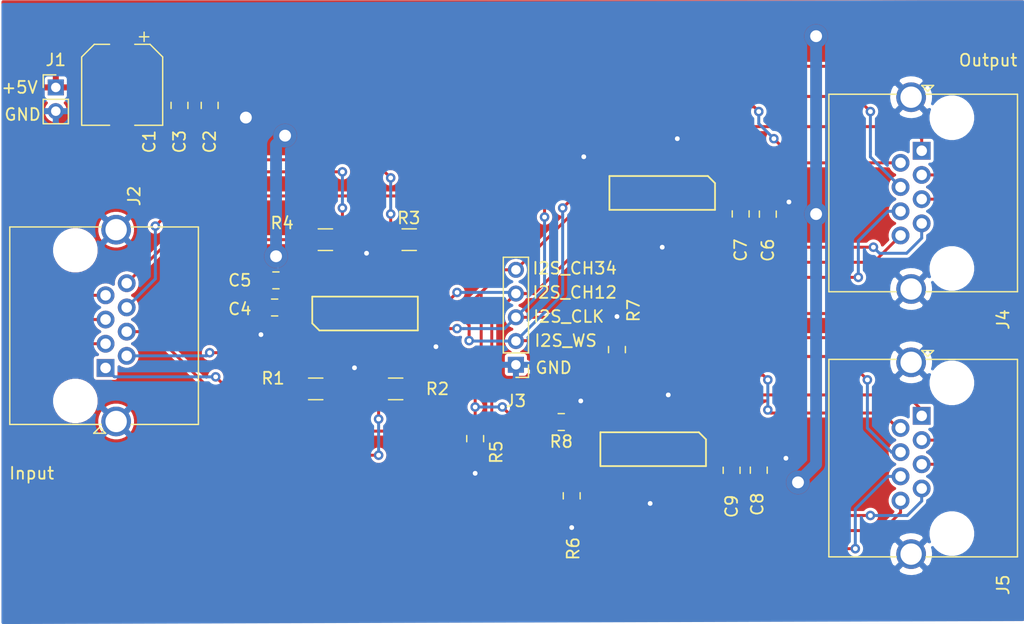
<source format=kicad_pcb>
(kicad_pcb (version 20171130) (host pcbnew "(5.1.2)-1")
  (layers (0 F.Cu signal) (31 B.Cu signal) (34 B.Paste user) (35 F.Paste user) (36 B.SilkS user) (37 F.SilkS user) (38 B.Mask user) (39 F.Mask user) (44 Edge.Cuts user hide))
  (net 0 "")
  (net 1 +5V)
  (net 2 GND)
  (net 3 CH_34_Z)
  (net 4 CH_34_Y)
  (net 5 I2S_CH34)
  (net 6 I2S_CH12)
  (net 7 CH_12_Y)
  (net 8 CH_12_Z)
  (net 9 CLK_Z)
  (net 10 CLK_Y)
  (net 11 I2S_CLK)
  (net 12 I2S_WS)
  (net 13 WS_Y)
  (net 14 WS_Z)
  (net 15 "Net-(IC2-Pad2)")
  (net 16 "Net-(IC2-Pad3)")
  (net 17 "Net-(IC2-Pad5)")
  (net 18 "Net-(IC2-Pad6)")
  (net 19 "Net-(IC2-Pad10)")
  (net 20 "Net-(IC2-Pad11)")
  (net 21 "Net-(IC2-Pad13)")
  (net 22 "Net-(IC2-Pad14)")
  (net 23 "Net-(IC3-Pad2)")
  (net 24 "Net-(IC3-Pad3)")
  (net 25 "Net-(IC3-Pad5)")
  (net 26 "Net-(IC3-Pad6)")
  (net 27 "Net-(IC3-Pad10)")
  (net 28 "Net-(IC3-Pad11)")
  (net 29 "Net-(IC3-Pad13)")
  (net 30 "Net-(IC3-Pad14)")
  (module agg:SOIC-16 (layer F.Cu) (at 101.6 55.118 270)
    (fp_text reference IC2)
    (fp_text value AM26C31)
    (pad 1 smd rect (at -2.7 -4.445 270) (size 1.55 0.6) (layers F.Cu F.Paste F.Mask) (net 12 I2S_WS))
    (pad 2 smd rect (at -2.7 -3.175 270) (size 1.55 0.6) (layers F.Cu F.Paste F.Mask) (net 15 "Net-(IC2-Pad2)"))
    (pad 3 smd rect (at -2.7 -1.905 270) (size 1.55 0.6) (layers F.Cu F.Paste F.Mask) (net 16 "Net-(IC2-Pad3)"))
    (pad 4 smd rect (at -2.7 -0.635 270) (size 1.55 0.6) (layers F.Cu F.Paste F.Mask) (net 2 GND))
    (pad 5 smd rect (at -2.7 0.635 270) (size 1.55 0.6) (layers F.Cu F.Paste F.Mask) (net 17 "Net-(IC2-Pad5)"))
    (pad 6 smd rect (at -2.7 1.905 270) (size 1.55 0.6) (layers F.Cu F.Paste F.Mask) (net 18 "Net-(IC2-Pad6)"))
    (pad 7 smd rect (at -2.7 3.175 270) (size 1.55 0.6) (layers F.Cu F.Paste F.Mask) (net 11 I2S_CLK))
    (pad 8 smd rect (at -2.7 4.445 270) (size 1.55 0.6) (layers F.Cu F.Paste F.Mask) (net 2 GND))
    (pad 9 smd rect (at 2.7 4.445 270) (size 1.55 0.6) (layers F.Cu F.Paste F.Mask) (net 6 I2S_CH12))
    (pad 10 smd rect (at 2.7 3.175 270) (size 1.55 0.6) (layers F.Cu F.Paste F.Mask) (net 19 "Net-(IC2-Pad10)"))
    (pad 11 smd rect (at 2.7 1.905 270) (size 1.55 0.6) (layers F.Cu F.Paste F.Mask) (net 20 "Net-(IC2-Pad11)"))
    (pad 12 smd rect (at 2.7 0.635 270) (size 1.55 0.6) (layers F.Cu F.Paste F.Mask) (net 2 GND))
    (pad 13 smd rect (at 2.7 -0.635 270) (size 1.55 0.6) (layers F.Cu F.Paste F.Mask) (net 21 "Net-(IC2-Pad13)"))
    (pad 14 smd rect (at 2.7 -1.905 270) (size 1.55 0.6) (layers F.Cu F.Paste F.Mask) (net 22 "Net-(IC2-Pad14)"))
    (pad 15 smd rect (at 2.7 -3.175 270) (size 1.55 0.6) (layers F.Cu F.Paste F.Mask) (net 5 I2S_CH34))
    (pad 16 smd rect (at 2.7 -4.445 270) (size 1.55 0.6) (layers F.Cu F.Paste F.Mask) (net 1 +5V))
  )
  (module Capacitor_SMD:C_0805_2012Metric_Pad1.15x1.40mm_HandSolder (layer F.Cu) (at 63.5 47.743 270)
    (fp_text reference C2 (at 3.057 0 90) (layer F.SilkS))
    (fp_text value 100nF)
    (pad 2 smd roundrect (at 1.025 0 270) (size 1.15 1.4) (layers F.Cu F.Paste F.Mask) (roundrect_rratio 0.217391) (net 2 GND))
    (pad 1 smd roundrect (at -1.025 0 270) (size 1.15 1.4) (layers F.Cu F.Paste F.Mask) (roundrect_rratio 0.217391) (net 1 +5V))
  )
  (module Capacitor_SMD:C_0805_2012Metric_Pad1.15x1.40mm_HandSolder (layer F.Cu) (at 60.96 47.743 270)
    (fp_text reference C3 (at 3.057 0 90) (layer F.SilkS))
    (fp_text value 2.2µF)
    (pad 1 smd roundrect (at -1.025 0 270) (size 1.15 1.4) (layers F.Cu F.Paste F.Mask) (roundrect_rratio 0.217391) (net 1 +5V))
    (pad 2 smd roundrect (at 1.025 0 270) (size 1.15 1.4) (layers F.Cu F.Paste F.Mask) (roundrect_rratio 0.217391) (net 2 GND))
  )
  (module Capacitor_SMD:C_0805_2012Metric_Pad1.15x1.40mm_HandSolder (layer F.Cu) (at 68.97 64.77 180)
    (fp_text reference C4 (at 2.93 -0.127) (layer F.SilkS))
    (fp_text value 100nF)
    (pad 1 smd roundrect (at -1.025 0 180) (size 1.15 1.4) (layers F.Cu F.Paste F.Mask) (roundrect_rratio 0.217391) (net 1 +5V))
    (pad 2 smd roundrect (at 1.025 0 180) (size 1.15 1.4) (layers F.Cu F.Paste F.Mask) (roundrect_rratio 0.217391) (net 2 GND))
  )
  (module Capacitor_SMD:C_0805_2012Metric_Pad1.15x1.40mm_HandSolder (layer F.Cu) (at 69.079 62.484 180)
    (fp_text reference C5 (at 3.039 0) (layer F.SilkS))
    (fp_text value 10nF)
    (pad 2 smd roundrect (at 1.025 0 180) (size 1.15 1.4) (layers F.Cu F.Paste F.Mask) (roundrect_rratio 0.217391) (net 2 GND))
    (pad 1 smd roundrect (at -1.025 0 180) (size 1.15 1.4) (layers F.Cu F.Paste F.Mask) (roundrect_rratio 0.217391) (net 1 +5V))
  )
  (module Capacitor_SMD:C_0805_2012Metric_Pad1.15x1.40mm_HandSolder (layer F.Cu) (at 110.49 56.905 90)
    (fp_text reference C6 (at -3.039 0 90) (layer F.SilkS))
    (fp_text value 100nF)
    (pad 2 smd roundrect (at 1.025 0 90) (size 1.15 1.4) (layers F.Cu F.Paste F.Mask) (roundrect_rratio 0.217391) (net 2 GND))
    (pad 1 smd roundrect (at -1.025 0 90) (size 1.15 1.4) (layers F.Cu F.Paste F.Mask) (roundrect_rratio 0.217391) (net 1 +5V))
  )
  (module Capacitor_SMD:C_0805_2012Metric_Pad1.15x1.40mm_HandSolder (layer F.Cu) (at 108.204 56.887 90)
    (fp_text reference C7 (at -3.048 0 90) (layer F.SilkS))
    (fp_text value 10nF)
    (pad 1 smd roundrect (at -1.025 0 90) (size 1.15 1.4) (layers F.Cu F.Paste F.Mask) (roundrect_rratio 0.217391) (net 1 +5V))
    (pad 2 smd roundrect (at 1.025 0 90) (size 1.15 1.4) (layers F.Cu F.Paste F.Mask) (roundrect_rratio 0.217391) (net 2 GND))
  )
  (module agg:SOIC-16 (layer F.Cu) (at 76.581 65.278 90)
    (fp_text reference IC1)
    (fp_text value AM26C32)
    (pad 16 smd rect (at 2.7 -4.445 90) (size 1.55 0.6) (layers F.Cu F.Paste F.Mask) (net 1 +5V))
    (pad 15 smd rect (at 2.7 -3.175 90) (size 1.55 0.6) (layers F.Cu F.Paste F.Mask) (net 3 CH_34_Z))
    (pad 14 smd rect (at 2.7 -1.905 90) (size 1.55 0.6) (layers F.Cu F.Paste F.Mask) (net 4 CH_34_Y))
    (pad 13 smd rect (at 2.7 -0.635 90) (size 1.55 0.6) (layers F.Cu F.Paste F.Mask) (net 5 I2S_CH34))
    (pad 12 smd rect (at 2.7 0.635 90) (size 1.55 0.6) (layers F.Cu F.Paste F.Mask) (net 2 GND))
    (pad 11 smd rect (at 2.7 1.905 90) (size 1.55 0.6) (layers F.Cu F.Paste F.Mask) (net 6 I2S_CH12))
    (pad 10 smd rect (at 2.7 3.175 90) (size 1.55 0.6) (layers F.Cu F.Paste F.Mask) (net 7 CH_12_Y))
    (pad 9 smd rect (at 2.7 4.445 90) (size 1.55 0.6) (layers F.Cu F.Paste F.Mask) (net 8 CH_12_Z))
    (pad 8 smd rect (at -2.7 4.445 90) (size 1.55 0.6) (layers F.Cu F.Paste F.Mask) (net 2 GND))
    (pad 7 smd rect (at -2.7 3.175 90) (size 1.55 0.6) (layers F.Cu F.Paste F.Mask) (net 9 CLK_Z))
    (pad 6 smd rect (at -2.7 1.905 90) (size 1.55 0.6) (layers F.Cu F.Paste F.Mask) (net 10 CLK_Y))
    (pad 5 smd rect (at -2.7 0.635 90) (size 1.55 0.6) (layers F.Cu F.Paste F.Mask) (net 11 I2S_CLK))
    (pad 4 smd rect (at -2.7 -0.635 90) (size 1.55 0.6) (layers F.Cu F.Paste F.Mask) (net 2 GND))
    (pad 3 smd rect (at -2.7 -1.905 90) (size 1.55 0.6) (layers F.Cu F.Paste F.Mask) (net 12 I2S_WS))
    (pad 2 smd rect (at -2.7 -3.175 90) (size 1.55 0.6) (layers F.Cu F.Paste F.Mask) (net 13 WS_Y))
    (pad 1 smd rect (at -2.7 -4.445 90) (size 1.55 0.6) (layers F.Cu F.Paste F.Mask) (net 14 WS_Z))
  )
  (module Connector_PinHeader_2.00mm:PinHeader_1x02_P2.00mm_Vertical (layer F.Cu) (at 50.546 46.228)
    (fp_text reference J1 (at 0 -2.318) (layer F.SilkS))
    (fp_text value CONN_01x02)
    (pad 1 thru_hole rect (at 0 0) (size 1.35 1.35) (drill 0.8) (layers *.Cu *.Mask) (net 1 +5V))
    (pad 2 thru_hole oval (at 0 2) (size 1.35 1.35) (drill 0.8) (layers *.Cu *.Mask) (net 2 GND))
  )
  (module agg:RJ45_Weidmueller (layer F.Cu) (at 54.737 69.864 90)
    (fp_text reference J2 (at 14.492 2.413 90) (layer F.SilkS))
    (fp_text value RJ45_Shielded)
    (pad 1 thru_hole rect (at 0 0 90) (size 1.5 1.5) (drill 0.89) (layers *.Cu *.Mask) (net 13 WS_Y))
    (pad 3 thru_hole circle (at 2.04 0 90) (size 1.5 1.5) (drill 0.89) (layers *.Cu *.Mask) (net 10 CLK_Y))
    (pad 5 thru_hole circle (at 4.08 0 90) (size 1.5 1.5) (drill 0.89) (layers *.Cu *.Mask) (net 7 CH_12_Y))
    (pad 7 thru_hole circle (at 6.12 0 90) (size 1.5 1.5) (drill 0.89) (layers *.Cu *.Mask) (net 4 CH_34_Y))
    (pad 2 thru_hole circle (at 1.02 1.78 90) (size 1.5 1.5) (drill 0.89) (layers *.Cu *.Mask) (net 14 WS_Z))
    (pad 4 thru_hole circle (at 3.06 1.78 90) (size 1.5 1.5) (drill 0.89) (layers *.Cu *.Mask) (net 9 CLK_Z))
    (pad 6 thru_hole circle (at 5.1 1.78 90) (size 1.5 1.5) (drill 0.89) (layers *.Cu *.Mask) (net 8 CH_12_Z))
    (pad 8 thru_hole circle (at 7.14 1.78 90) (size 1.5 1.5) (drill 0.89) (layers *.Cu *.Mask) (net 3 CH_34_Z))
    (pad "" np_thru_hole circle (at -2.78 -2.54 90) (size 3.25 3.25) (drill 3.25) (layers *.Cu *.Mask))
    (pad "" np_thru_hole circle (at 9.92 -2.54 90) (size 3.25 3.25) (drill 3.25) (layers *.Cu *.Mask))
    (pad SH thru_hole circle (at 11.65 0.89 90) (size 2.5 2.5) (drill 1.8) (layers *.Cu *.Mask) (net 2 GND))
    (pad SH thru_hole circle (at -4.51 0.89 90) (size 2.5 2.5) (drill 1.8) (layers *.Cu *.Mask) (net 2 GND))
  )
  (module Connector_PinHeader_2.00mm:PinHeader_1x05_P2.00mm_Vertical (layer F.Cu) (at 89.281 69.596 180)
    (fp_text reference J3 (at 0 -3.048) (layer F.SilkS))
    (fp_text value CONN_01x05)
    (pad 1 thru_hole rect (at 0 0 180) (size 1.35 1.35) (drill 0.8) (layers *.Cu *.Mask) (net 2 GND))
    (pad 2 thru_hole oval (at 0 2 180) (size 1.35 1.35) (drill 0.8) (layers *.Cu *.Mask) (net 12 I2S_WS))
    (pad 3 thru_hole oval (at 0 4 180) (size 1.35 1.35) (drill 0.8) (layers *.Cu *.Mask) (net 11 I2S_CLK))
    (pad 4 thru_hole oval (at 0 6 180) (size 1.35 1.35) (drill 0.8) (layers *.Cu *.Mask) (net 6 I2S_CH12))
    (pad 5 thru_hole oval (at 0 8 180) (size 1.35 1.35) (drill 0.8) (layers *.Cu *.Mask) (net 5 I2S_CH34))
  )
  (module agg:RJ45_Weidmueller (layer F.Cu) (at 123.444 51.562 270)
    (fp_text reference J4 (at 14.224 -6.858 90) (layer F.SilkS))
    (fp_text value RJ45_Shielded)
    (pad SH thru_hole circle (at -4.51 0.89 270) (size 2.5 2.5) (drill 1.8) (layers *.Cu *.Mask) (net 2 GND))
    (pad SH thru_hole circle (at 11.65 0.89 270) (size 2.5 2.5) (drill 1.8) (layers *.Cu *.Mask) (net 2 GND))
    (pad "" np_thru_hole circle (at 9.92 -2.54 270) (size 3.25 3.25) (drill 3.25) (layers *.Cu *.Mask))
    (pad "" np_thru_hole circle (at -2.78 -2.54 270) (size 3.25 3.25) (drill 3.25) (layers *.Cu *.Mask))
    (pad 8 thru_hole circle (at 7.14 1.78 270) (size 1.5 1.5) (drill 0.89) (layers *.Cu *.Mask) (net 21 "Net-(IC2-Pad13)"))
    (pad 6 thru_hole circle (at 5.1 1.78 270) (size 1.5 1.5) (drill 0.89) (layers *.Cu *.Mask) (net 20 "Net-(IC2-Pad11)"))
    (pad 4 thru_hole circle (at 3.06 1.78 270) (size 1.5 1.5) (drill 0.89) (layers *.Cu *.Mask) (net 17 "Net-(IC2-Pad5)"))
    (pad 2 thru_hole circle (at 1.02 1.78 270) (size 1.5 1.5) (drill 0.89) (layers *.Cu *.Mask) (net 16 "Net-(IC2-Pad3)"))
    (pad 7 thru_hole circle (at 6.12 0 270) (size 1.5 1.5) (drill 0.89) (layers *.Cu *.Mask) (net 22 "Net-(IC2-Pad14)"))
    (pad 5 thru_hole circle (at 4.08 0 270) (size 1.5 1.5) (drill 0.89) (layers *.Cu *.Mask) (net 19 "Net-(IC2-Pad10)"))
    (pad 3 thru_hole circle (at 2.04 0 270) (size 1.5 1.5) (drill 0.89) (layers *.Cu *.Mask) (net 18 "Net-(IC2-Pad6)"))
    (pad 1 thru_hole rect (at 0 0 270) (size 1.5 1.5) (drill 0.89) (layers *.Cu *.Mask) (net 15 "Net-(IC2-Pad2)"))
  )
  (module Resistor_SMD:R_1206_3216Metric_Pad1.42x1.75mm_HandSolder (layer F.Cu) (at 72.4265 71.628 180)
    (fp_text reference R1 (at 3.5925 0.889) (layer F.SilkS))
    (fp_text value 100R)
    (pad 2 smd roundrect (at 1.4875 0 180) (size 1.425 1.75) (layers F.Cu F.Paste F.Mask) (roundrect_rratio 0.175439) (net 14 WS_Z))
    (pad 1 smd roundrect (at -1.4875 0 180) (size 1.425 1.75) (layers F.Cu F.Paste F.Mask) (roundrect_rratio 0.175439) (net 13 WS_Y))
  )
  (module Resistor_SMD:R_1206_3216Metric_Pad1.42x1.75mm_HandSolder (layer F.Cu) (at 79.1575 71.628)
    (fp_text reference R2 (at 3.5195 0) (layer F.SilkS))
    (fp_text value 100R)
    (pad 1 smd roundrect (at -1.4875 0) (size 1.425 1.75) (layers F.Cu F.Paste F.Mask) (roundrect_rratio 0.175439) (net 10 CLK_Y))
    (pad 2 smd roundrect (at 1.4875 0) (size 1.425 1.75) (layers F.Cu F.Paste F.Mask) (roundrect_rratio 0.175439) (net 9 CLK_Z))
  )
  (module Resistor_SMD:R_1206_3216Metric_Pad1.42x1.75mm_HandSolder (layer F.Cu) (at 80.3005 59.055)
    (fp_text reference R3 (at -0.0365 -1.82) (layer F.SilkS))
    (fp_text value 100R)
    (pad 2 smd roundrect (at 1.4875 0) (size 1.425 1.75) (layers F.Cu F.Paste F.Mask) (roundrect_rratio 0.175439) (net 8 CH_12_Z))
    (pad 1 smd roundrect (at -1.4875 0) (size 1.425 1.75) (layers F.Cu F.Paste F.Mask) (roundrect_rratio 0.175439) (net 7 CH_12_Y))
  )
  (module Resistor_SMD:R_1206_3216Metric_Pad1.42x1.75mm_HandSolder (layer F.Cu) (at 73.2425 59.055 180)
    (fp_text reference R4 (at 3.6465 1.397) (layer F.SilkS))
    (fp_text value 100R)
    (pad 1 smd roundrect (at -1.4875 0 180) (size 1.425 1.75) (layers F.Cu F.Paste F.Mask) (roundrect_rratio 0.175439) (net 4 CH_34_Y))
    (pad 2 smd roundrect (at 1.4875 0 180) (size 1.425 1.75) (layers F.Cu F.Paste F.Mask) (roundrect_rratio 0.175439) (net 3 CH_34_Z))
  )
  (module Capacitor_SMD:CP_Elec_6.3x5.4 (layer F.Cu) (at 56.134 46.007 270)
    (fp_text reference C1 (at 4.793 -2.286 90) (layer F.SilkS))
    (fp_text value 10µF)
    (pad 1 smd roundrect (at -2.8 0 270) (size 3.5 1.6) (layers F.Cu F.Paste F.Mask) (roundrect_rratio 0.15625) (net 1 +5V))
    (pad 2 smd roundrect (at 2.8 0 270) (size 3.5 1.6) (layers F.Cu F.Paste F.Mask) (roundrect_rratio 0.15625) (net 2 GND))
  )
  (module Capacitor_SMD:C_0805_2012Metric_Pad1.15x1.40mm_HandSolder (layer F.Cu) (at 109.728 78.477 90)
    (fp_text reference C8 (at -2.8665 -0.127 90) (layer F.SilkS))
    (fp_text value 100nF)
    (pad 2 smd roundrect (at 1.025 0 90) (size 1.15 1.4) (layers F.Cu F.Paste F.Mask) (roundrect_rratio 0.217391) (net 2 GND))
    (pad 1 smd roundrect (at -1.025 0 90) (size 1.15 1.4) (layers F.Cu F.Paste F.Mask) (roundrect_rratio 0.217391) (net 1 +5V))
  )
  (module Capacitor_SMD:C_0805_2012Metric_Pad1.15x1.40mm_HandSolder (layer F.Cu) (at 107.442 78.486 90)
    (fp_text reference C9 (at -3.039 0 90) (layer F.SilkS))
    (fp_text value 10nF)
    (pad 1 smd roundrect (at -1.025 0 90) (size 1.15 1.4) (layers F.Cu F.Paste F.Mask) (roundrect_rratio 0.217391) (net 1 +5V))
    (pad 2 smd roundrect (at 1.025 0 90) (size 1.15 1.4) (layers F.Cu F.Paste F.Mask) (roundrect_rratio 0.217391) (net 2 GND))
  )
  (module agg:SOIC-16 (layer F.Cu) (at 100.838 76.708 270)
    (fp_text reference IC3)
    (fp_text value AM26C31)
    (pad 1 smd rect (at -2.7 -4.445 270) (size 1.55 0.6) (layers F.Cu F.Paste F.Mask) (net 12 I2S_WS))
    (pad 2 smd rect (at -2.7 -3.175 270) (size 1.55 0.6) (layers F.Cu F.Paste F.Mask) (net 23 "Net-(IC3-Pad2)"))
    (pad 3 smd rect (at -2.7 -1.905 270) (size 1.55 0.6) (layers F.Cu F.Paste F.Mask) (net 24 "Net-(IC3-Pad3)"))
    (pad 4 smd rect (at -2.7 -0.635 270) (size 1.55 0.6) (layers F.Cu F.Paste F.Mask) (net 2 GND))
    (pad 5 smd rect (at -2.7 0.635 270) (size 1.55 0.6) (layers F.Cu F.Paste F.Mask) (net 25 "Net-(IC3-Pad5)"))
    (pad 6 smd rect (at -2.7 1.905 270) (size 1.55 0.6) (layers F.Cu F.Paste F.Mask) (net 26 "Net-(IC3-Pad6)"))
    (pad 7 smd rect (at -2.7 3.175 270) (size 1.55 0.6) (layers F.Cu F.Paste F.Mask) (net 11 I2S_CLK))
    (pad 8 smd rect (at -2.7 4.445 270) (size 1.55 0.6) (layers F.Cu F.Paste F.Mask) (net 2 GND))
    (pad 9 smd rect (at 2.7 4.445 270) (size 1.55 0.6) (layers F.Cu F.Paste F.Mask) (net 6 I2S_CH12))
    (pad 10 smd rect (at 2.7 3.175 270) (size 1.55 0.6) (layers F.Cu F.Paste F.Mask) (net 27 "Net-(IC3-Pad10)"))
    (pad 11 smd rect (at 2.7 1.905 270) (size 1.55 0.6) (layers F.Cu F.Paste F.Mask) (net 28 "Net-(IC3-Pad11)"))
    (pad 12 smd rect (at 2.7 0.635 270) (size 1.55 0.6) (layers F.Cu F.Paste F.Mask) (net 2 GND))
    (pad 13 smd rect (at 2.7 -0.635 270) (size 1.55 0.6) (layers F.Cu F.Paste F.Mask) (net 29 "Net-(IC3-Pad13)"))
    (pad 14 smd rect (at 2.7 -1.905 270) (size 1.55 0.6) (layers F.Cu F.Paste F.Mask) (net 30 "Net-(IC3-Pad14)"))
    (pad 15 smd rect (at 2.7 -3.175 270) (size 1.55 0.6) (layers F.Cu F.Paste F.Mask) (net 5 I2S_CH34))
    (pad 16 smd rect (at 2.7 -4.445 270) (size 1.55 0.6) (layers F.Cu F.Paste F.Mask) (net 1 +5V))
  )
  (module agg:RJ45_Weidmueller (layer F.Cu) (at 123.444 73.9 270)
    (fp_text reference J5 (at 14.238 -6.858 90) (layer F.SilkS))
    (fp_text value RJ45_Shielded)
    (pad 1 thru_hole rect (at 0 0 270) (size 1.5 1.5) (drill 0.89) (layers *.Cu *.Mask) (net 23 "Net-(IC3-Pad2)"))
    (pad 3 thru_hole circle (at 2.04 0 270) (size 1.5 1.5) (drill 0.89) (layers *.Cu *.Mask) (net 26 "Net-(IC3-Pad6)"))
    (pad 5 thru_hole circle (at 4.08 0 270) (size 1.5 1.5) (drill 0.89) (layers *.Cu *.Mask) (net 27 "Net-(IC3-Pad10)"))
    (pad 7 thru_hole circle (at 6.12 0 270) (size 1.5 1.5) (drill 0.89) (layers *.Cu *.Mask) (net 30 "Net-(IC3-Pad14)"))
    (pad 2 thru_hole circle (at 1.02 1.78 270) (size 1.5 1.5) (drill 0.89) (layers *.Cu *.Mask) (net 24 "Net-(IC3-Pad3)"))
    (pad 4 thru_hole circle (at 3.06 1.78 270) (size 1.5 1.5) (drill 0.89) (layers *.Cu *.Mask) (net 25 "Net-(IC3-Pad5)"))
    (pad 6 thru_hole circle (at 5.1 1.78 270) (size 1.5 1.5) (drill 0.89) (layers *.Cu *.Mask) (net 28 "Net-(IC3-Pad11)"))
    (pad 8 thru_hole circle (at 7.14 1.78 270) (size 1.5 1.5) (drill 0.89) (layers *.Cu *.Mask) (net 29 "Net-(IC3-Pad13)"))
    (pad "" np_thru_hole circle (at -2.78 -2.54 270) (size 3.25 3.25) (drill 3.25) (layers *.Cu *.Mask))
    (pad "" np_thru_hole circle (at 9.92 -2.54 270) (size 3.25 3.25) (drill 3.25) (layers *.Cu *.Mask))
    (pad SH thru_hole circle (at 11.65 0.89 270) (size 2.5 2.5) (drill 1.8) (layers *.Cu *.Mask) (net 2 GND))
    (pad SH thru_hole circle (at -4.51 0.89 270) (size 2.5 2.5) (drill 1.8) (layers *.Cu *.Mask) (net 2 GND))
  )
  (module Resistor_SMD:R_0805_2012Metric_Pad1.15x1.40mm_HandSolder (layer F.Cu) (at 85.852 75.819 270)
    (fp_text reference R5 (at 1.143 -1.778 90) (layer F.SilkS))
    (fp_text value 500K)
    (pad 2 smd roundrect (at 1.025 0 270) (size 1.15 1.4) (layers F.Cu F.Paste F.Mask) (roundrect_rratio 0.217391) (net 2 GND))
    (pad 1 smd roundrect (at -1.025 0 270) (size 1.15 1.4) (layers F.Cu F.Paste F.Mask) (roundrect_rratio 0.217391) (net 5 I2S_CH34))
  )
  (module Resistor_SMD:R_0805_2012Metric_Pad1.15x1.40mm_HandSolder (layer F.Cu) (at 93.98 80.636 270)
    (fp_text reference R6 (at 4.454 -0.127 90) (layer F.SilkS))
    (fp_text value 500K)
    (pad 1 smd roundrect (at -1.025 0 270) (size 1.15 1.4) (layers F.Cu F.Paste F.Mask) (roundrect_rratio 0.217391) (net 6 I2S_CH12))
    (pad 2 smd roundrect (at 1.025 0 270) (size 1.15 1.4) (layers F.Cu F.Paste F.Mask) (roundrect_rratio 0.217391) (net 2 GND))
  )
  (module Resistor_SMD:R_0805_2012Metric_Pad1.15x1.40mm_HandSolder (layer F.Cu) (at 97.79 68.317 90)
    (fp_text reference R7 (at 3.293 1.397 90) (layer F.SilkS))
    (fp_text value 500K)
    (pad 2 smd roundrect (at 1.025 0 90) (size 1.15 1.4) (layers F.Cu F.Paste F.Mask) (roundrect_rratio 0.217391) (net 2 GND))
    (pad 1 smd roundrect (at -1.025 0 90) (size 1.15 1.4) (layers F.Cu F.Paste F.Mask) (roundrect_rratio 0.217391) (net 11 I2S_CLK))
  )
  (module Resistor_SMD:R_0805_2012Metric_Pad1.15x1.40mm_HandSolder (layer F.Cu) (at 93.1 74.422 180)
    (fp_text reference R8 (at 0 -1.65) (layer F.SilkS))
    (fp_text value 500K)
    (pad 1 smd roundrect (at -1.025 0 180) (size 1.15 1.4) (layers F.Cu F.Paste F.Mask) (roundrect_rratio 0.217391) (net 12 I2S_WS))
    (pad 2 smd roundrect (at 1.025 0 180) (size 1.15 1.4) (layers F.Cu F.Paste F.Mask) (roundrect_rratio 0.217391) (net 2 GND))
  )
  (gr_text Output (at 129.032 43.942) (layer F.SilkS) (effects (font (size 1 1))))
  (gr_text Input (at 48.514 78.74) (layer F.SilkS) (effects (font (size 1 1))))
  (gr_text I2S_CH34 (at 94.234 61.468) (layer F.SilkS) (effects (font (size 1 1))))
  (gr_text I2S_CH12 (at 94.234 63.5) (layer F.SilkS) (effects (font (size 1 1))))
  (gr_text I2S_CLK (at 93.726 65.532) (layer F.SilkS) (effects (font (size 1 1))))
  (gr_text I2S_WS (at 93.472 67.564) (layer F.SilkS) (effects (font (size 1 1))))
  (gr_text GND (at 92.456 69.85) (layer F.SilkS) (effects (font (size 1 1))))
  (gr_text GND (at 47.752 48.514) (layer F.SilkS) (effects (font (size 1 1))))
  (gr_text +5V (at 47.498 46.228) (layer F.SilkS) (effects (font (size 1 1))))
  (gr_line (start 45.72 38.608) (end 45.212 38.608) (layer Edge.Cuts) (width 0.05))
  (gr_line (start 45.212 91.948) (end 45.212 38.608) (layer Edge.Cuts) (width 0.05))
  (gr_line (start 136.144 91.948) (end 45.212 91.948) (layer Edge.Cuts) (width 0.05))
  (gr_line (start 136.144 38.608) (end 136.144 91.948) (layer Edge.Cuts) (width 0.05))
  (gr_line (start 45.72 38.608) (end 136.144 38.608) (layer Edge.Cuts) (width 0.05))
  (segment (start 70.104 64.661) (end 69.995 64.77) (width 0.5) (layer F.Cu) (net 1))
  (segment (start 70.104 62.484) (end 70.104 64.661) (width 0.5) (layer F.Cu) (net 1))
  (segment (start 72.042 62.484) (end 72.136 62.578) (width 0.5) (layer F.Cu) (net 1))
  (segment (start 70.104 62.484) (end 72.042 62.484) (width 0.5) (layer F.Cu) (net 1))
  (segment (start 107.451 79.502) (end 107.442 79.511) (width 0.5) (layer F.Cu) (net 1))
  (segment (start 109.728 79.502) (end 107.451 79.502) (width 0.5) (layer F.Cu) (net 1))
  (segment (start 105.386 79.511) (end 105.283 79.408) (width 0.5) (layer F.Cu) (net 1))
  (segment (start 107.442 79.511) (end 105.386 79.511) (width 0.5) (layer F.Cu) (net 1))
  (segment (start 108.222 57.93) (end 108.204 57.912) (width 0.5) (layer F.Cu) (net 1))
  (segment (start 110.49 57.93) (end 108.222 57.93) (width 0.5) (layer F.Cu) (net 1))
  (segment (start 106.139 57.912) (end 106.045 57.818) (width 0.5) (layer F.Cu) (net 1))
  (segment (start 108.204 57.912) (end 106.139 57.912) (width 0.5) (layer F.Cu) (net 1))
  (via (at 114.554 56.896) (size 2) (drill 1) (layers F.Cu B.Cu) (net 1))
  (segment (start 110.49 57.93) (end 113.52 57.93) (width 1) (layer F.Cu) (net 1))
  (segment (start 113.52 57.93) (end 114.554 56.896) (width 1) (layer F.Cu) (net 1))
  (via (at 113.03 79.502) (size 2) (drill 1) (layers F.Cu B.Cu) (net 1))
  (segment (start 114.554 56.896) (end 114.554 77.978) (width 1) (layer B.Cu) (net 1))
  (segment (start 114.554 77.978) (end 113.03 79.502) (width 1) (layer B.Cu) (net 1))
  (segment (start 113.03 79.502) (end 109.728 79.502) (width 1) (layer F.Cu) (net 1))
  (via (at 114.554 41.91) (size 2) (drill 1) (layers F.Cu B.Cu) (net 1))
  (segment (start 114.554 56.896) (end 114.554 41.91) (width 1) (layer B.Cu) (net 1))
  (via (at 69.088 60.452) (size 2) (drill 1) (layers F.Cu B.Cu) (net 1))
  (segment (start 70.104 62.484) (end 70.104 61.468) (width 1) (layer F.Cu) (net 1))
  (segment (start 70.104 61.468) (end 69.088 60.452) (width 1) (layer F.Cu) (net 1))
  (via (at 69.85 50.292) (size 2) (drill 1) (layers F.Cu B.Cu) (net 1))
  (segment (start 69.088 60.452) (end 69.088 51.054) (width 1) (layer B.Cu) (net 1))
  (segment (start 69.088 51.054) (end 69.85 50.292) (width 1) (layer B.Cu) (net 1))
  (via (at 76.708 60.198) (size 0.8) (drill 0.4) (layers F.Cu B.Cu) (net 2))
  (segment (start 77.216 62.578) (end 77.216 60.706) (width 0.5) (layer F.Cu) (net 2))
  (segment (start 77.216 60.706) (end 76.708 60.198) (width 0.5) (layer F.Cu) (net 2))
  (via (at 75.692 69.85) (size 0.8) (drill 0.4) (layers F.Cu B.Cu) (net 2))
  (segment (start 75.946 67.978) (end 75.946 69.596) (width 0.5) (layer F.Cu) (net 2))
  (segment (start 75.946 69.596) (end 75.692 69.85) (width 0.5) (layer F.Cu) (net 2))
  (via (at 82.55 68.072) (size 0.8) (drill 0.4) (layers F.Cu B.Cu) (net 2))
  (segment (start 81.026 67.978) (end 82.456 67.978) (width 0.5) (layer F.Cu) (net 2))
  (segment (start 82.456 67.978) (end 82.55 68.072) (width 0.5) (layer F.Cu) (net 2))
  (segment (start 67.945 62.593) (end 68.054 62.484) (width 0.5) (layer F.Cu) (net 2))
  (segment (start 67.945 64.77) (end 67.945 62.593) (width 0.5) (layer F.Cu) (net 2))
  (via (at 67.818 67.056) (size 0.8) (drill 0.4) (layers F.Cu B.Cu) (net 2))
  (segment (start 67.945 64.77) (end 67.945 66.929) (width 0.5) (layer F.Cu) (net 2))
  (segment (start 67.945 66.929) (end 67.818 67.056) (width 0.5) (layer F.Cu) (net 2))
  (segment (start 107.451 77.452) (end 107.442 77.461) (width 0.5) (layer F.Cu) (net 2))
  (segment (start 109.728 77.452) (end 107.451 77.452) (width 0.5) (layer F.Cu) (net 2))
  (via (at 112.014 77.47) (size 0.8) (drill 0.4) (layers F.Cu B.Cu) (net 2))
  (segment (start 109.728 77.452) (end 111.996 77.452) (width 0.5) (layer F.Cu) (net 2))
  (segment (start 111.996 77.452) (end 112.014 77.47) (width 0.5) (layer F.Cu) (net 2))
  (via (at 102.108 72.136) (size 0.8) (drill 0.4) (layers F.Cu B.Cu) (net 2))
  (segment (start 101.473 74.008) (end 101.473 72.771) (width 0.5) (layer F.Cu) (net 2))
  (segment (start 101.473 72.771) (end 102.108 72.136) (width 0.5) (layer F.Cu) (net 2))
  (via (at 100.584 81.28) (size 0.8) (drill 0.4) (layers F.Cu B.Cu) (net 2))
  (segment (start 100.203 79.408) (end 100.203 80.899) (width 0.5) (layer F.Cu) (net 2))
  (segment (start 100.203 80.899) (end 100.584 81.28) (width 0.5) (layer F.Cu) (net 2))
  (via (at 94.742 72.644) (size 0.8) (drill 0.4) (layers F.Cu B.Cu) (net 2))
  (segment (start 96.393 74.008) (end 96.106 74.008) (width 0.5) (layer F.Cu) (net 2))
  (segment (start 96.106 74.008) (end 94.742 72.644) (width 0.5) (layer F.Cu) (net 2))
  (via (at 101.6 59.69) (size 0.8) (drill 0.4) (layers F.Cu B.Cu) (net 2))
  (segment (start 100.965 57.818) (end 100.965 59.055) (width 0.5) (layer F.Cu) (net 2))
  (segment (start 100.965 59.055) (end 101.6 59.69) (width 0.5) (layer F.Cu) (net 2))
  (via (at 102.87 50.546) (size 0.8) (drill 0.4) (layers F.Cu B.Cu) (net 2))
  (segment (start 102.235 52.418) (end 102.235 51.181) (width 0.5) (layer F.Cu) (net 2))
  (segment (start 102.235 51.181) (end 102.87 50.546) (width 0.5) (layer F.Cu) (net 2))
  (segment (start 110.472 55.862) (end 110.49 55.88) (width 0.5) (layer F.Cu) (net 2))
  (segment (start 108.204 55.862) (end 110.472 55.862) (width 0.5) (layer F.Cu) (net 2))
  (via (at 112.268 55.88) (size 0.8) (drill 0.4) (layers F.Cu B.Cu) (net 2))
  (segment (start 110.49 55.88) (end 112.268 55.88) (width 0.5) (layer F.Cu) (net 2))
  (via (at 94.996 52.07) (size 0.8) (drill 0.4) (layers F.Cu B.Cu) (net 2))
  (segment (start 97.155 52.418) (end 95.344 52.418) (width 0.5) (layer F.Cu) (net 2))
  (segment (start 95.344 52.418) (end 94.996 52.07) (width 0.5) (layer F.Cu) (net 2))
  (segment (start 60.921 48.807) (end 60.96 48.768) (width 1) (layer F.Cu) (net 2))
  (segment (start 56.134 48.807) (end 60.921 48.807) (width 1) (layer F.Cu) (net 2))
  (segment (start 60.96 48.768) (end 63.5 48.768) (width 1) (layer F.Cu) (net 2))
  (segment (start 51.125 48.807) (end 50.546 48.228) (width 1) (layer F.Cu) (net 2))
  (segment (start 56.134 48.807) (end 51.125 48.807) (width 1) (layer F.Cu) (net 2))
  (via (at 93.98 83.312) (size 0.8) (drill 0.4) (layers F.Cu B.Cu) (net 2))
  (segment (start 93.98 81.661) (end 93.98 83.312) (width 0.25) (layer F.Cu) (net 2))
  (via (at 85.852 78.74) (size 0.8) (drill 0.4) (layers F.Cu B.Cu) (net 2))
  (segment (start 85.852 76.844) (end 85.852 78.74) (width 0.25) (layer F.Cu) (net 2))
  (via (at 97.79 65.532) (size 0.8) (drill 0.4) (layers F.Cu B.Cu) (net 2))
  (segment (start 97.79 67.292) (end 97.79 65.532) (width 0.25) (layer F.Cu) (net 2))
  (segment (start 90.206 69.596) (end 89.281 69.596) (width 0.25) (layer F.Cu) (net 2))
  (segment (start 92.075 71.465) (end 90.206 69.596) (width 0.25) (layer F.Cu) (net 2))
  (segment (start 92.075 74.422) (end 92.075 71.465) (width 0.25) (layer F.Cu) (net 2))
  (via (at 66.548 48.768) (size 2) (drill 1) (layers F.Cu B.Cu) (net 2))
  (segment (start 63.5 48.768) (end 66.548 48.768) (width 1) (layer F.Cu) (net 2))
  (segment (start 60.186 59.055) (end 71.755 59.055) (width 0.25) (layer F.Cu) (net 3))
  (segment (start 56.517 62.724) (end 60.186 59.055) (width 0.25) (layer F.Cu) (net 3))
  (segment (start 71.755 60.071) (end 71.755 59.055) (width 0.25) (layer F.Cu) (net 3))
  (segment (start 73.406 62.578) (end 73.406 61.722) (width 0.25) (layer F.Cu) (net 3))
  (segment (start 73.406 61.722) (end 71.755 60.071) (width 0.25) (layer F.Cu) (net 3))
  (via (at 74.676 53.34) (size 0.8) (drill 0.4) (layers F.Cu B.Cu) (net 4))
  (via (at 74.676 56.388) (size 0.8) (drill 0.4) (layers F.Cu B.Cu) (net 4))
  (segment (start 74.676 53.34) (end 74.676 56.388) (width 0.25) (layer B.Cu) (net 4))
  (segment (start 74.676 59.001) (end 74.73 59.055) (width 0.25) (layer F.Cu) (net 4))
  (segment (start 74.676 56.388) (end 74.676 59.001) (width 0.25) (layer F.Cu) (net 4))
  (segment (start 55.372 53.34) (end 74.676 53.34) (width 0.25) (layer F.Cu) (net 4))
  (segment (start 49.784 58.928) (end 55.372 53.34) (width 0.25) (layer F.Cu) (net 4))
  (segment (start 49.784 61.468) (end 49.784 58.928) (width 0.25) (layer F.Cu) (net 4))
  (segment (start 54.737 63.744) (end 52.06 63.744) (width 0.25) (layer F.Cu) (net 4))
  (segment (start 52.06 63.744) (end 49.784 61.468) (width 0.25) (layer F.Cu) (net 4))
  (segment (start 74.73 62.524) (end 74.676 62.578) (width 0.25) (layer F.Cu) (net 4))
  (segment (start 74.73 59.055) (end 74.73 62.524) (width 0.25) (layer F.Cu) (net 4))
  (segment (start 75.946 63.754) (end 75.946 62.578) (width 0.25) (layer F.Cu) (net 5))
  (segment (start 77.216 65.024) (end 75.946 63.754) (width 0.25) (layer F.Cu) (net 5))
  (segment (start 84.836 65.024) (end 77.216 65.024) (width 0.25) (layer F.Cu) (net 5))
  (segment (start 88.264 61.596) (end 84.836 65.024) (width 0.25) (layer F.Cu) (net 5))
  (segment (start 104.775 57.023) (end 104.775 57.818) (width 0.25) (layer F.Cu) (net 5))
  (segment (start 104.14 56.388) (end 104.775 57.023) (width 0.25) (layer F.Cu) (net 5))
  (via (at 85.852 73.152) (size 0.8) (drill 0.4) (layers F.Cu B.Cu) (net 5))
  (segment (start 89.281 61.596) (end 88.266 61.596) (width 0.25) (layer F.Cu) (net 5))
  (segment (start 88.266 61.596) (end 88.264 61.596) (width 0.25) (layer F.Cu) (net 5))
  (segment (start 86.36 63.502) (end 88.266 61.596) (width 0.25) (layer F.Cu) (net 5))
  (segment (start 86.36 69.145002) (end 86.36 63.502) (width 0.25) (layer F.Cu) (net 5))
  (segment (start 85.852 73.152) (end 85.852 69.653002) (width 0.25) (layer F.Cu) (net 5))
  (segment (start 85.852 69.653002) (end 86.36 69.145002) (width 0.25) (layer F.Cu) (net 5))
  (segment (start 94.489 56.388) (end 89.281 61.596) (width 0.25) (layer F.Cu) (net 5))
  (segment (start 104.14 56.388) (end 94.489 56.388) (width 0.25) (layer F.Cu) (net 5))
  (segment (start 85.852 73.152) (end 85.852 74.794) (width 0.25) (layer F.Cu) (net 5))
  (via (at 88.137996 73.152) (size 0.8) (drill 0.4) (layers F.Cu B.Cu) (net 5))
  (segment (start 92.963996 77.978) (end 88.537995 73.551999) (width 0.25) (layer F.Cu) (net 5))
  (segment (start 88.537995 73.551999) (end 88.137996 73.152) (width 0.25) (layer F.Cu) (net 5))
  (segment (start 103.058 77.978) (end 92.963996 77.978) (width 0.25) (layer F.Cu) (net 5))
  (segment (start 104.013 79.408) (end 104.013 78.933) (width 0.25) (layer F.Cu) (net 5))
  (segment (start 104.013 78.933) (end 103.058 77.978) (width 0.25) (layer F.Cu) (net 5))
  (segment (start 85.852 73.152) (end 88.137996 73.152) (width 0.25) (layer B.Cu) (net 5))
  (segment (start 89.281 63.596) (end 90.074 63.596) (width 0.25) (layer F.Cu) (net 6))
  (segment (start 78.486 63.603) (end 79.145 64.262) (width 0.25) (layer F.Cu) (net 6))
  (segment (start 78.486 62.578) (end 78.486 63.603) (width 0.25) (layer F.Cu) (net 6))
  (via (at 84.328 63.5) (size 0.8) (drill 0.4) (layers F.Cu B.Cu) (net 6))
  (segment (start 79.145 64.262) (end 83.566 64.262) (width 0.25) (layer F.Cu) (net 6))
  (segment (start 83.566 64.262) (end 84.328 63.5) (width 0.25) (layer F.Cu) (net 6))
  (segment (start 89.185 63.5) (end 89.281 63.596) (width 0.25) (layer B.Cu) (net 6))
  (segment (start 84.328 63.5) (end 89.185 63.5) (width 0.25) (layer B.Cu) (net 6))
  (segment (start 90.235594 63.596) (end 89.281 63.596) (width 0.25) (layer F.Cu) (net 6))
  (segment (start 90.827 63.596) (end 90.235594 63.596) (width 0.25) (layer F.Cu) (net 6))
  (segment (start 96.605 57.818) (end 90.827 63.596) (width 0.25) (layer F.Cu) (net 6))
  (segment (start 97.155 57.818) (end 96.605 57.818) (width 0.25) (layer F.Cu) (net 6))
  (segment (start 95.843 79.408) (end 96.393 79.408) (width 0.25) (layer F.Cu) (net 6))
  (segment (start 95.64 79.611) (end 93.98 79.611) (width 0.25) (layer F.Cu) (net 6))
  (segment (start 95.843 79.408) (end 95.64 79.611) (width 0.25) (layer F.Cu) (net 6))
  (segment (start 93.073 79.611) (end 93.98 79.611) (width 0.25) (layer F.Cu) (net 6))
  (segment (start 87.249 73.787) (end 93.073 79.611) (width 0.25) (layer F.Cu) (net 6))
  (segment (start 89.281 63.596) (end 87.249 65.628) (width 0.25) (layer F.Cu) (net 6))
  (segment (start 87.249 65.628) (end 87.249 73.787) (width 0.25) (layer F.Cu) (net 6))
  (via (at 78.74 53.848) (size 0.8) (drill 0.4) (layers F.Cu B.Cu) (net 7))
  (via (at 78.74 56.896) (size 0.8) (drill 0.4) (layers F.Cu B.Cu) (net 7))
  (segment (start 78.74 53.848) (end 78.74 56.896) (width 0.25) (layer B.Cu) (net 7))
  (segment (start 78.74 58.982) (end 78.813 59.055) (width 0.25) (layer F.Cu) (net 7))
  (segment (start 78.74 56.896) (end 78.74 58.982) (width 0.25) (layer F.Cu) (net 7))
  (segment (start 77.216 52.324) (end 78.74 53.848) (width 0.25) (layer F.Cu) (net 7))
  (segment (start 54.864 52.324) (end 77.216 52.324) (width 0.25) (layer F.Cu) (net 7))
  (segment (start 48.768 58.42) (end 54.864 52.324) (width 0.25) (layer F.Cu) (net 7))
  (segment (start 48.768 61.976) (end 48.768 58.42) (width 0.25) (layer F.Cu) (net 7))
  (segment (start 54.737 65.784) (end 52.576 65.784) (width 0.25) (layer F.Cu) (net 7))
  (segment (start 52.576 65.784) (end 48.768 61.976) (width 0.25) (layer F.Cu) (net 7))
  (segment (start 78.813 60.03) (end 79.756 60.973) (width 0.25) (layer F.Cu) (net 7))
  (segment (start 78.813 59.055) (end 78.813 60.03) (width 0.25) (layer F.Cu) (net 7))
  (segment (start 79.756 60.973) (end 79.756 62.578) (width 0.25) (layer F.Cu) (net 7))
  (via (at 58.928 57.912) (size 0.8) (drill 0.4) (layers F.Cu B.Cu) (net 8))
  (segment (start 58.928 61.904002) (end 58.928 57.912) (width 0.25) (layer B.Cu) (net 8))
  (segment (start 56.517 64.764) (end 58.928 62.353) (width 0.25) (layer B.Cu) (net 8))
  (segment (start 58.928 62.353) (end 58.928 61.904002) (width 0.25) (layer B.Cu) (net 8))
  (segment (start 81.788 57.404) (end 81.788 59.055) (width 0.25) (layer F.Cu) (net 8))
  (segment (start 79.756 55.372) (end 81.788 57.404) (width 0.25) (layer F.Cu) (net 8))
  (segment (start 58.928 57.912) (end 61.468 55.372) (width 0.25) (layer F.Cu) (net 8))
  (segment (start 61.468 55.372) (end 79.756 55.372) (width 0.25) (layer F.Cu) (net 8))
  (segment (start 81.026 62.578) (end 81.026 61.214) (width 0.25) (layer F.Cu) (net 8))
  (segment (start 81.788 60.452) (end 81.788 59.055) (width 0.25) (layer F.Cu) (net 8))
  (segment (start 81.026 61.214) (end 81.788 60.452) (width 0.25) (layer F.Cu) (net 8))
  (segment (start 80.645 72.771) (end 80.645 71.628) (width 0.25) (layer F.Cu) (net 9))
  (segment (start 78.232 75.184) (end 80.645 72.771) (width 0.25) (layer F.Cu) (net 9))
  (segment (start 67.056 75.184) (end 78.232 75.184) (width 0.25) (layer F.Cu) (net 9))
  (segment (start 56.517 66.804) (end 58.676 66.804) (width 0.25) (layer F.Cu) (net 9))
  (segment (start 58.676 66.804) (end 67.056 75.184) (width 0.25) (layer F.Cu) (net 9))
  (segment (start 79.756 69.003) (end 79.756 67.978) (width 0.25) (layer F.Cu) (net 9))
  (segment (start 79.756 69.764) (end 79.756 69.003) (width 0.25) (layer F.Cu) (net 9))
  (segment (start 80.645 70.653) (end 79.756 69.764) (width 0.25) (layer F.Cu) (net 9))
  (segment (start 80.645 71.628) (end 80.645 70.653) (width 0.25) (layer F.Cu) (net 9))
  (segment (start 54.737 67.824) (end 52.572 67.824) (width 0.25) (layer F.Cu) (net 10))
  (segment (start 52.572 67.824) (end 49.784 70.612) (width 0.25) (layer F.Cu) (net 10))
  (segment (start 49.784 70.612) (end 49.784 75.184) (width 0.25) (layer F.Cu) (net 10))
  (segment (start 49.784 75.184) (end 51.816 77.216) (width 0.25) (layer F.Cu) (net 10))
  (via (at 77.724 77.216) (size 0.8) (drill 0.4) (layers F.Cu B.Cu) (net 10))
  (segment (start 51.816 77.216) (end 77.724 77.216) (width 0.25) (layer F.Cu) (net 10))
  (via (at 77.724 74.168) (size 0.8) (drill 0.4) (layers F.Cu B.Cu) (net 10))
  (segment (start 77.724 77.216) (end 77.724 74.168) (width 0.25) (layer B.Cu) (net 10))
  (segment (start 77.724 71.682) (end 77.67 71.628) (width 0.25) (layer F.Cu) (net 10))
  (segment (start 77.724 74.168) (end 77.724 71.682) (width 0.25) (layer F.Cu) (net 10))
  (segment (start 78.486 69.003) (end 78.486 67.978) (width 0.25) (layer F.Cu) (net 10))
  (segment (start 78.486 69.837) (end 78.486 69.003) (width 0.25) (layer F.Cu) (net 10))
  (segment (start 77.67 70.653) (end 78.486 69.837) (width 0.25) (layer F.Cu) (net 10))
  (segment (start 77.67 71.628) (end 77.67 70.653) (width 0.25) (layer F.Cu) (net 10))
  (via (at 91.694 57.15) (size 0.8) (drill 0.4) (layers F.Cu B.Cu) (net 11))
  (segment (start 91.694 62.663002) (end 91.694 57.15) (width 0.25) (layer B.Cu) (net 11))
  (segment (start 89.281 65.596) (end 91.694 63.183) (width 0.25) (layer B.Cu) (net 11))
  (segment (start 91.694 63.183) (end 91.694 62.663002) (width 0.25) (layer B.Cu) (net 11))
  (segment (start 97.663 74.008) (end 97.663 72.983) (width 0.25) (layer F.Cu) (net 11))
  (segment (start 77.216 67.503) (end 78.171 66.548) (width 0.25) (layer F.Cu) (net 11))
  (segment (start 78.171 66.548) (end 83.762311 66.548) (width 0.25) (layer F.Cu) (net 11))
  (segment (start 77.216 67.978) (end 77.216 67.503) (width 0.25) (layer F.Cu) (net 11))
  (segment (start 88.329 66.548) (end 84.893681 66.548) (width 0.25) (layer B.Cu) (net 11))
  (segment (start 89.281 65.596) (end 88.329 66.548) (width 0.25) (layer B.Cu) (net 11))
  (via (at 84.327996 66.548) (size 0.8) (drill 0.4) (layers F.Cu B.Cu) (net 11))
  (segment (start 84.893681 66.548) (end 84.327996 66.548) (width 0.25) (layer B.Cu) (net 11))
  (segment (start 83.762311 66.548) (end 84.327996 66.548) (width 0.25) (layer F.Cu) (net 11))
  (segment (start 98.425 53.467) (end 98.425 52.418) (width 0.25) (layer F.Cu) (net 11))
  (segment (start 97.79 54.102) (end 98.425 53.467) (width 0.25) (layer F.Cu) (net 11))
  (segment (start 93.922998 54.102) (end 97.79 54.102) (width 0.25) (layer F.Cu) (net 11))
  (segment (start 91.694 57.15) (end 91.694 56.330998) (width 0.25) (layer F.Cu) (net 11))
  (segment (start 91.694 56.330998) (end 93.922998 54.102) (width 0.25) (layer F.Cu) (net 11))
  (segment (start 97.663 69.681) (end 97.663 74.008) (width 0.25) (layer F.Cu) (net 11))
  (segment (start 89.281 65.596) (end 93.578 65.596) (width 0.25) (layer F.Cu) (net 11))
  (segment (start 93.578 65.596) (end 97.663 69.681) (width 0.25) (layer F.Cu) (net 11))
  (via (at 85.344 67.564008) (size 0.8) (drill 0.4) (layers F.Cu B.Cu) (net 12))
  (segment (start 89.281 67.596) (end 85.375992 67.596) (width 0.25) (layer B.Cu) (net 12))
  (segment (start 85.375992 67.596) (end 85.344 67.564008) (width 0.25) (layer B.Cu) (net 12))
  (segment (start 85.344 66.998323) (end 85.344 67.564008) (width 0.25) (layer F.Cu) (net 12))
  (segment (start 85.344 66.265158) (end 85.344 66.998323) (width 0.25) (layer F.Cu) (net 12))
  (segment (start 84.864842 65.786) (end 85.344 66.265158) (width 0.25) (layer F.Cu) (net 12))
  (segment (start 76.393 65.786) (end 84.864842 65.786) (width 0.25) (layer F.Cu) (net 12))
  (segment (start 74.676 67.978) (end 74.676 67.503) (width 0.25) (layer F.Cu) (net 12))
  (segment (start 74.676 67.503) (end 76.393 65.786) (width 0.25) (layer F.Cu) (net 12))
  (segment (start 93.617999 55.988001) (end 93.218 56.388) (width 0.25) (layer F.Cu) (net 12))
  (segment (start 103.457999 55.480001) (end 94.125999 55.480001) (width 0.25) (layer F.Cu) (net 12))
  (segment (start 94.125999 55.480001) (end 93.617999 55.988001) (width 0.25) (layer F.Cu) (net 12))
  (segment (start 93.218 56.953685) (end 93.218 56.388) (width 0.25) (layer B.Cu) (net 12))
  (segment (start 106.045 52.893) (end 103.457999 55.480001) (width 0.25) (layer F.Cu) (net 12))
  (segment (start 106.045 52.418) (end 106.045 52.893) (width 0.25) (layer F.Cu) (net 12))
  (segment (start 89.281 67.596) (end 93.218 63.659) (width 0.25) (layer B.Cu) (net 12))
  (via (at 93.218 56.388) (size 0.8) (drill 0.4) (layers F.Cu B.Cu) (net 12))
  (segment (start 93.218 63.659) (end 93.218 56.953685) (width 0.25) (layer B.Cu) (net 12))
  (segment (start 104.624 75.692) (end 105.283 75.033) (width 0.25) (layer F.Cu) (net 12))
  (segment (start 89.313 67.564) (end 90.932 67.564) (width 0.25) (layer F.Cu) (net 12))
  (segment (start 105.283 75.033) (end 105.283 74.008) (width 0.25) (layer F.Cu) (net 12))
  (segment (start 89.281 67.596) (end 89.313 67.564) (width 0.25) (layer F.Cu) (net 12))
  (segment (start 93.726 70.358) (end 93.726 74.023) (width 0.25) (layer F.Cu) (net 12))
  (segment (start 93.726 74.023) (end 95.395 75.692) (width 0.25) (layer F.Cu) (net 12))
  (segment (start 90.932 67.564) (end 93.726 70.358) (width 0.25) (layer F.Cu) (net 12))
  (segment (start 95.395 75.692) (end 104.624 75.692) (width 0.25) (layer F.Cu) (net 12))
  (via (at 64.008 70.612) (size 0.8) (drill 0.4) (layers F.Cu B.Cu) (net 13))
  (segment (start 74.168 71.882) (end 73.914 71.628) (width 0.25) (layer F.Cu) (net 13))
  (segment (start 74.168 72.644) (end 74.168 71.882) (width 0.25) (layer F.Cu) (net 13))
  (segment (start 73.152 73.66) (end 74.168 72.644) (width 0.25) (layer F.Cu) (net 13))
  (segment (start 64.008 70.612) (end 67.056 73.66) (width 0.25) (layer F.Cu) (net 13))
  (segment (start 67.056 73.66) (end 73.152 73.66) (width 0.25) (layer F.Cu) (net 13))
  (segment (start 55.485 70.612) (end 64.008 70.612) (width 0.25) (layer B.Cu) (net 13))
  (segment (start 54.737 69.864) (end 55.485 70.612) (width 0.25) (layer B.Cu) (net 13))
  (segment (start 73.914 71.628) (end 73.914 69.85) (width 0.25) (layer F.Cu) (net 13))
  (segment (start 73.406 69.342) (end 73.406 67.978) (width 0.25) (layer F.Cu) (net 13))
  (segment (start 73.914 69.85) (end 73.406 69.342) (width 0.25) (layer F.Cu) (net 13))
  (via (at 63.5 68.58) (size 0.8) (drill 0.4) (layers F.Cu B.Cu) (net 14))
  (segment (start 56.517 68.844) (end 63.236 68.844) (width 0.25) (layer B.Cu) (net 14))
  (segment (start 63.236 68.844) (end 63.5 68.58) (width 0.25) (layer B.Cu) (net 14))
  (segment (start 67.564 71.628) (end 70.939 71.628) (width 0.25) (layer F.Cu) (net 14))
  (segment (start 63.5 68.58) (end 64.516 68.58) (width 0.25) (layer F.Cu) (net 14))
  (segment (start 64.516 68.58) (end 67.564 71.628) (width 0.25) (layer F.Cu) (net 14))
  (segment (start 71.586 67.978) (end 72.136 67.978) (width 0.25) (layer F.Cu) (net 14))
  (segment (start 70.939 68.625) (end 71.586 67.978) (width 0.25) (layer F.Cu) (net 14))
  (segment (start 70.939 71.628) (end 70.939 68.625) (width 0.25) (layer F.Cu) (net 14))
  (segment (start 104.775 51.181) (end 104.775 52.418) (width 0.25) (layer F.Cu) (net 15))
  (segment (start 106.426 49.53) (end 104.775 51.181) (width 0.25) (layer F.Cu) (net 15))
  (segment (start 122.412 49.53) (end 106.426 49.53) (width 0.25) (layer F.Cu) (net 15))
  (segment (start 123.444 51.562) (end 123.444 50.562) (width 0.25) (layer F.Cu) (net 15))
  (segment (start 123.444 50.562) (end 122.412 49.53) (width 0.25) (layer F.Cu) (net 15))
  (via (at 110.998 50.546) (size 0.8) (drill 0.4) (layers F.Cu B.Cu) (net 16))
  (segment (start 121.664 52.582) (end 113.034 52.582) (width 0.25) (layer F.Cu) (net 16))
  (segment (start 113.034 52.582) (end 110.998 50.546) (width 0.25) (layer F.Cu) (net 16))
  (via (at 109.728 48.26) (size 0.8) (drill 0.4) (layers F.Cu B.Cu) (net 16))
  (segment (start 110.998 50.546) (end 109.728 49.276) (width 0.25) (layer B.Cu) (net 16))
  (segment (start 109.728 49.276) (end 109.728 48.26) (width 0.25) (layer B.Cu) (net 16))
  (segment (start 109.728 48.26) (end 109.328001 47.860001) (width 0.25) (layer F.Cu) (net 16))
  (segment (start 103.505 51.393) (end 103.505 52.418) (width 0.25) (layer F.Cu) (net 16))
  (segment (start 107.037999 47.860001) (end 103.505 51.393) (width 0.25) (layer F.Cu) (net 16))
  (segment (start 109.328001 47.860001) (end 107.037999 47.860001) (width 0.25) (layer F.Cu) (net 16))
  (via (at 119.126 48.26) (size 0.8) (drill 0.4) (layers F.Cu B.Cu) (net 17))
  (segment (start 119.126 51.635002) (end 119.126 48.26) (width 0.25) (layer B.Cu) (net 17))
  (segment (start 121.664 54.622) (end 119.126 52.084) (width 0.25) (layer B.Cu) (net 17))
  (segment (start 119.126 52.084) (end 119.126 51.635002) (width 0.25) (layer B.Cu) (net 17))
  (segment (start 100.965 51.181) (end 100.965 52.418) (width 0.25) (layer F.Cu) (net 17))
  (segment (start 105.156 46.99) (end 100.965 51.181) (width 0.25) (layer F.Cu) (net 17))
  (segment (start 119.126 48.26) (end 117.856 46.99) (width 0.25) (layer F.Cu) (net 17))
  (segment (start 117.856 46.99) (end 105.156 46.99) (width 0.25) (layer F.Cu) (net 17))
  (segment (start 124.706 53.602) (end 128.524 49.784) (width 0.25) (layer F.Cu) (net 18))
  (segment (start 123.444 53.602) (end 124.706 53.602) (width 0.25) (layer F.Cu) (net 18))
  (segment (start 99.695 51.181) (end 99.695 52.418) (width 0.25) (layer F.Cu) (net 18))
  (segment (start 128.524 49.784) (end 128.524 47.498) (width 0.25) (layer F.Cu) (net 18))
  (segment (start 128.524 47.498) (end 125.476 44.45) (width 0.25) (layer F.Cu) (net 18))
  (segment (start 125.476 44.45) (end 106.426 44.45) (width 0.25) (layer F.Cu) (net 18))
  (segment (start 106.426 44.45) (end 99.695 51.181) (width 0.25) (layer F.Cu) (net 18))
  (segment (start 98.425 59.33) (end 98.425 57.818) (width 0.25) (layer F.Cu) (net 19))
  (segment (start 124.73 55.642) (end 128.27 59.182) (width 0.25) (layer F.Cu) (net 19))
  (segment (start 123.444 55.642) (end 124.73 55.642) (width 0.25) (layer F.Cu) (net 19))
  (segment (start 128.27 62.738) (end 125.73 65.278) (width 0.25) (layer F.Cu) (net 19))
  (segment (start 125.73 65.278) (end 104.373 65.278) (width 0.25) (layer F.Cu) (net 19))
  (segment (start 128.27 59.182) (end 128.27 62.738) (width 0.25) (layer F.Cu) (net 19))
  (segment (start 104.373 65.278) (end 98.425 59.33) (width 0.25) (layer F.Cu) (net 19))
  (via (at 118.11 62.23) (size 0.8) (drill 0.4) (layers F.Cu B.Cu) (net 20))
  (segment (start 118.11 59.15534) (end 118.11 62.23) (width 0.25) (layer B.Cu) (net 20))
  (segment (start 121.664 56.662) (end 120.60334 56.662) (width 0.25) (layer B.Cu) (net 20))
  (segment (start 120.60334 56.662) (end 118.11 59.15534) (width 0.25) (layer B.Cu) (net 20))
  (segment (start 99.695 59.055) (end 99.695 57.818) (width 0.25) (layer F.Cu) (net 20))
  (segment (start 118.11 62.23) (end 102.87 62.23) (width 0.25) (layer F.Cu) (net 20))
  (segment (start 102.87 62.23) (end 99.695 59.055) (width 0.25) (layer F.Cu) (net 20))
  (segment (start 102.235 59.055) (end 102.235 57.818) (width 0.25) (layer F.Cu) (net 21))
  (segment (start 104.14 60.96) (end 102.235 59.055) (width 0.25) (layer F.Cu) (net 21))
  (segment (start 121.664 58.702) (end 119.406 60.96) (width 0.25) (layer F.Cu) (net 21))
  (segment (start 119.406 60.96) (end 104.14 60.96) (width 0.25) (layer F.Cu) (net 21))
  (via (at 119.38 59.69) (size 0.8) (drill 0.4) (layers F.Cu B.Cu) (net 22))
  (segment (start 119.888 60.198) (end 119.38 59.69) (width 0.25) (layer B.Cu) (net 22))
  (segment (start 122.174 60.198) (end 119.888 60.198) (width 0.25) (layer B.Cu) (net 22))
  (segment (start 123.444 57.682) (end 123.444 58.928) (width 0.25) (layer B.Cu) (net 22))
  (segment (start 123.444 58.928) (end 122.174 60.198) (width 0.25) (layer B.Cu) (net 22))
  (segment (start 103.505 59.055) (end 103.505 57.818) (width 0.25) (layer F.Cu) (net 22))
  (segment (start 119.38 59.69) (end 104.14 59.69) (width 0.25) (layer F.Cu) (net 22))
  (segment (start 104.14 59.69) (end 103.505 59.055) (width 0.25) (layer F.Cu) (net 22))
  (segment (start 104.013 73.025) (end 104.013 74.008) (width 0.25) (layer F.Cu) (net 23))
  (segment (start 104.902 72.136) (end 104.013 73.025) (width 0.25) (layer F.Cu) (net 23))
  (segment (start 122.174 72.136) (end 104.902 72.136) (width 0.25) (layer F.Cu) (net 23))
  (segment (start 123.444 73.9) (end 123.444 73.406) (width 0.25) (layer F.Cu) (net 23))
  (segment (start 123.444 73.406) (end 122.174 72.136) (width 0.25) (layer F.Cu) (net 23))
  (via (at 110.49 73.406) (size 0.8) (drill 0.4) (layers F.Cu B.Cu) (net 24))
  (via (at 110.49 70.866) (size 0.8) (drill 0.4) (layers F.Cu B.Cu) (net 24))
  (segment (start 110.49 73.406) (end 110.49 70.866) (width 0.25) (layer B.Cu) (net 24))
  (segment (start 110.090001 70.466001) (end 105.047999 70.466001) (width 0.25) (layer F.Cu) (net 24))
  (segment (start 110.49 70.866) (end 110.090001 70.466001) (width 0.25) (layer F.Cu) (net 24))
  (segment (start 102.743 72.771) (end 102.743 74.008) (width 0.25) (layer F.Cu) (net 24))
  (segment (start 105.047999 70.466001) (end 102.743 72.771) (width 0.25) (layer F.Cu) (net 24))
  (segment (start 110.744 73.66) (end 110.49 73.406) (width 0.25) (layer F.Cu) (net 24))
  (segment (start 120.142 73.66) (end 110.744 73.66) (width 0.25) (layer F.Cu) (net 24))
  (segment (start 121.664 74.92) (end 121.402 74.92) (width 0.25) (layer F.Cu) (net 24))
  (segment (start 121.402 74.92) (end 120.142 73.66) (width 0.25) (layer F.Cu) (net 24))
  (via (at 118.872 70.866) (size 0.8) (drill 0.4) (layers F.Cu B.Cu) (net 25))
  (segment (start 100.203 72.517) (end 100.203 74.008) (width 0.25) (layer F.Cu) (net 25))
  (segment (start 103.821795 68.898205) (end 100.203 72.517) (width 0.25) (layer F.Cu) (net 25))
  (segment (start 118.872 70.866) (end 116.904205 68.898205) (width 0.25) (layer F.Cu) (net 25))
  (segment (start 116.904205 68.898205) (end 103.821795 68.898205) (width 0.25) (layer F.Cu) (net 25))
  (segment (start 118.872 73.719002) (end 118.872 70.866) (width 0.25) (layer B.Cu) (net 25))
  (segment (start 118.872 74.93) (end 118.872 73.719002) (width 0.25) (layer B.Cu) (net 25))
  (segment (start 121.664 76.96) (end 120.902 76.96) (width 0.25) (layer B.Cu) (net 25))
  (segment (start 120.902 76.96) (end 118.872 74.93) (width 0.25) (layer B.Cu) (net 25))
  (segment (start 98.933 71.247) (end 98.933 74.008) (width 0.25) (layer F.Cu) (net 26))
  (segment (start 102.87 67.31) (end 98.933 71.247) (width 0.25) (layer F.Cu) (net 26))
  (segment (start 123.45 75.946) (end 124.714 75.946) (width 0.25) (layer F.Cu) (net 26))
  (segment (start 123.444 75.94) (end 123.45 75.946) (width 0.25) (layer F.Cu) (net 26))
  (segment (start 124.714 75.946) (end 128.524 72.136) (width 0.25) (layer F.Cu) (net 26))
  (segment (start 128.524 72.136) (end 128.524 70.104) (width 0.25) (layer F.Cu) (net 26))
  (segment (start 128.524 70.104) (end 125.73 67.31) (width 0.25) (layer F.Cu) (net 26))
  (segment (start 125.73 67.31) (end 102.87 67.31) (width 0.25) (layer F.Cu) (net 26))
  (segment (start 97.663 81.407) (end 97.663 79.408) (width 0.25) (layer F.Cu) (net 27))
  (segment (start 124.716 77.98) (end 128.27 81.534) (width 0.25) (layer F.Cu) (net 27))
  (segment (start 123.444 77.98) (end 124.716 77.98) (width 0.25) (layer F.Cu) (net 27))
  (segment (start 128.27 81.534) (end 128.27 85.09) (width 0.25) (layer F.Cu) (net 27))
  (segment (start 128.27 85.09) (end 125.73 87.63) (width 0.25) (layer F.Cu) (net 27))
  (segment (start 125.73 87.63) (end 103.886 87.63) (width 0.25) (layer F.Cu) (net 27))
  (segment (start 103.886 87.63) (end 97.663 81.407) (width 0.25) (layer F.Cu) (net 27))
  (segment (start 120.60334 79) (end 117.856 81.74734) (width 0.25) (layer B.Cu) (net 28))
  (segment (start 121.664 79) (end 120.60334 79) (width 0.25) (layer B.Cu) (net 28))
  (via (at 117.856 85.09) (size 0.8) (drill 0.4) (layers F.Cu B.Cu) (net 28))
  (segment (start 117.856 81.74734) (end 117.856 85.09) (width 0.25) (layer B.Cu) (net 28))
  (segment (start 98.933 80.899) (end 98.933 79.408) (width 0.25) (layer F.Cu) (net 28))
  (segment (start 117.856 85.09) (end 103.124 85.09) (width 0.25) (layer F.Cu) (net 28))
  (segment (start 103.124 85.09) (end 98.933 80.899) (width 0.25) (layer F.Cu) (net 28))
  (segment (start 101.473 81.153) (end 101.473 79.408) (width 0.25) (layer F.Cu) (net 29))
  (segment (start 103.886 83.566) (end 101.473 81.153) (width 0.25) (layer F.Cu) (net 29))
  (segment (start 120.142 83.566) (end 103.886 83.566) (width 0.25) (layer F.Cu) (net 29))
  (segment (start 121.664 81.04) (end 121.664 82.044) (width 0.25) (layer F.Cu) (net 29))
  (segment (start 121.664 82.044) (end 120.142 83.566) (width 0.25) (layer F.Cu) (net 29))
  (segment (start 123.444 81.08066) (end 122.22866 82.296) (width 0.25) (layer B.Cu) (net 30))
  (segment (start 119.691685 82.296) (end 119.126 82.296) (width 0.25) (layer B.Cu) (net 30))
  (segment (start 123.444 80.02) (end 123.444 81.08066) (width 0.25) (layer B.Cu) (net 30))
  (segment (start 122.22866 82.296) (end 119.691685 82.296) (width 0.25) (layer B.Cu) (net 30))
  (via (at 119.126 82.296) (size 0.8) (drill 0.4) (layers F.Cu B.Cu) (net 30))
  (segment (start 118.560315 82.296) (end 119.126 82.296) (width 0.25) (layer F.Cu) (net 30))
  (segment (start 104.394 82.296) (end 118.560315 82.296) (width 0.25) (layer F.Cu) (net 30))
  (segment (start 102.743 79.408) (end 102.743 80.645) (width 0.25) (layer F.Cu) (net 30))
  (segment (start 102.743 80.645) (end 104.394 82.296) (width 0.25) (layer F.Cu) (net 30))
  (zone (net 2) (net_name GND) (layer B.Cu) (connect_pads (clearance 0.254)) (min_thickness 0.254) (fill yes (arc_segments 32) (thermal_gap 0.508) (thermal_bridge_width 0.508))
    (polygon (pts (xy 45.974 91.44) (xy 132.08 91.186) (xy 132.08 38.862) (xy 45.974 39.116)))
  )
  (zone (net 1) (net_name +5V) (layer F.Cu) (connect_pads (clearance 0.254)) (min_thickness 0.254) (fill yes (arc_segments 32) (thermal_gap 0.508) (thermal_bridge_width 0.508))
    (polygon (pts (xy 45.974 38.862) (xy 132.08 38.862) (xy 132.08 91.186) (xy 45.974 91.186)))
  )
)
</source>
